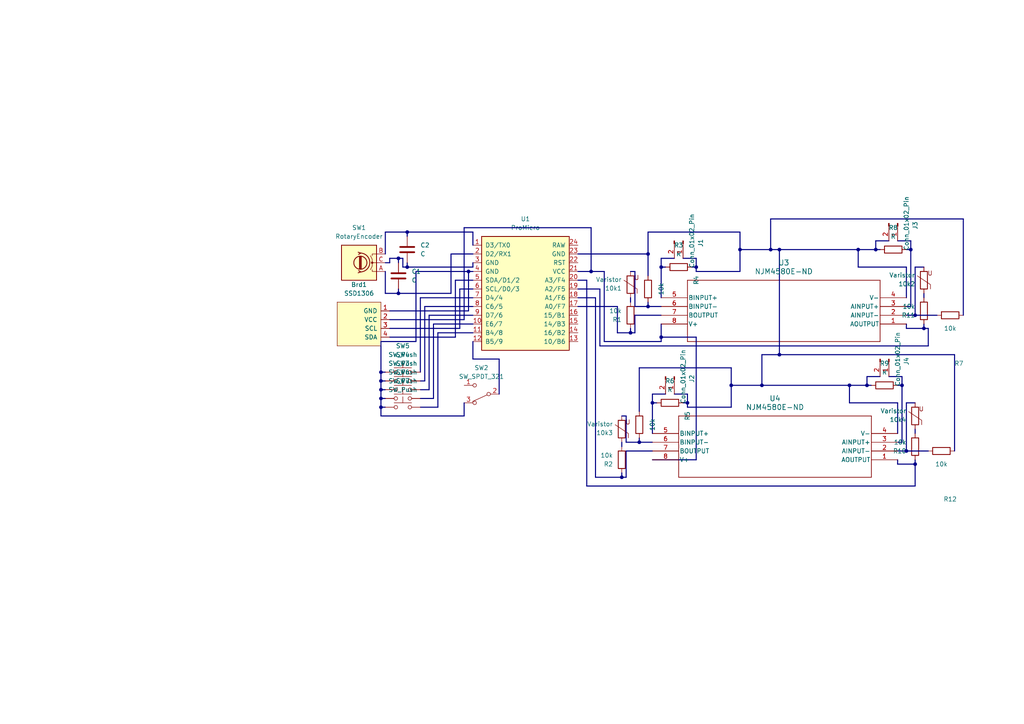
<source format=kicad_sch>
(kicad_sch (version 20230121) (generator eeschema)
  (paper "A4")
  (lib_symbols
    (symbol "Connector:Conn_01x02_Pin" (pin_names (offset 1.016) hide)
      (property "Reference" "J" (at 0 2.54 0))
      (property "Value" "Conn_01x02_Pin" (at 0 -5.08 0))
      (symbol "Conn_01x02_Pin_1_1"
        (polyline (pts (xy 1.27 -2.54) (xy 0.8636 -2.54)) (stroke (width 0.1524)))
        (polyline (pts (xy 1.27 0) (xy 0.8636 0)) (stroke (width 0.1524)))
        (rectangle (start 0.8636 -2.413) (end 0 -2.667) (stroke (width 0.1524)) (fill (type outline)))
        (rectangle (start 0.8636 0.127) (end 0 -0.127) (stroke (width 0.1524)) (fill (type outline)))
        (pin passive line (at 5.08 0 180) (length 3.81) (name "Pin_1") (number "1"))
        (pin passive line (at 5.08 -2.54 180) (length 3.81) (name "Pin_2") (number "2"))
      )
    )
    (symbol "Device:C" (pin_numbers hide) (pin_names (offset 0.254))
      (property "Reference" "C" (at 0.635 2.54 0))
      (property "Value" "C" (at 0.635 -2.54 0))
      (symbol "C_0_1"
        (polyline (pts (xy -2.032 -0.762) (xy 2.032 -0.762)) (stroke (width 0.508)))
        (polyline (pts (xy -2.032 0.762) (xy 2.032 0.762)) (stroke (width 0.508)))
      )
      (symbol "C_1_1"
        (pin passive line (at 0 3.81 270) (length 2.794) (name "~") (number "1"))
        (pin passive line (at 0 -3.81 90) (length 2.794) (name "~") (number "2"))
      )
    )
    (symbol "Device:R" (pin_numbers hide) (pin_names (offset 0))
      (property "Reference" "R" (at 2.032 0 90))
      (property "Value" "R" (at 0 0 90))
      (symbol "R_0_1"
        (rectangle (start -1.016 -2.54) (end 1.016 2.54) (stroke (width 0.254)))
      )
      (symbol "R_1_1"
        (pin passive line (at 0 3.81 270) (length 1.27) (name "~") (number "1"))
        (pin passive line (at 0 -3.81 90) (length 1.27) (name "~") (number "2"))
      )
    )
    (symbol "Device:RotaryEncoder" (pin_names (offset 0.254) hide)
      (property "Reference" "SW" (at 0 6.604 0))
      (property "Value" "RotaryEncoder" (at 0 -6.604 0))
      (symbol "RotaryEncoder_0_1"
        (rectangle (start -5.08 5.08) (end 5.08 -5.08) (stroke (width 0.254)) (fill (type background)))
        (circle (center -3.81 0) (radius 0.254) (fill (type outline)))
        (circle (center -0.381 0) (radius 1.905) (stroke (width 0.254)))
        (arc (start -0.381 2.667) (mid -3.0988 -0.0635) (end -0.381 -2.794) (stroke (width 0.254)))
        (polyline (pts (xy -0.635 -1.778) (xy -0.635 1.778)) (stroke (width 0.254)))
        (polyline (pts (xy -0.381 -1.778) (xy -0.381 1.778)) (stroke (width 0.254)))
        (polyline (pts (xy -0.127 1.778) (xy -0.127 -1.778)) (stroke (width 0.254)))
        (polyline (pts (xy -5.08 -2.54) (xy -3.81 -2.54) (xy -3.81 -2.032)))
        (polyline (pts (xy -5.08 2.54) (xy -3.81 2.54) (xy -3.81 2.032)))
        (polyline (pts (xy 0.254 -3.048) (xy -0.508 -2.794) (xy 0.127 -2.413)) (stroke (width 0.254)))
        (polyline (pts (xy 0.254 2.921) (xy -0.508 2.667) (xy 0.127 2.286)) (stroke (width 0.254)))
        (polyline (pts (xy -5.08 0) (xy -3.81 0) (xy -3.81 -1.016) (xy -3.302 -2.032)))
        (polyline (pts (xy -4.318 0) (xy -3.81 0) (xy -3.81 1.016) (xy -3.302 2.032)))
      )
      (symbol "RotaryEncoder_1_1"
        (pin passive line (at -7.62 2.54 0) (length 2.54) (name "A") (number "A"))
        (pin passive line (at -7.62 -2.54 0) (length 2.54) (name "B") (number "B"))
        (pin passive line (at -7.62 0 0) (length 2.54) (name "C") (number "C"))
      )
    )
    (symbol "Device:Varistor" (pin_numbers hide) (pin_names (offset 0))
      (property "Reference" "RV" (at 3.175 0 90))
      (property "Value" "Varistor" (at -3.175 0 90))
      (symbol "Varistor_0_0"
        (text "U" (at -1.778 -2.032 0) (effects (font (size 1.27 1.27))))
      )
      (symbol "Varistor_0_1"
        (rectangle (start -1.016 -2.54) (end 1.016 2.54) (stroke (width 0.254)))
        (polyline (pts (xy -1.905 2.54) (xy -1.905 1.27) (xy 1.905 -1.27)))
      )
      (symbol "Varistor_1_1"
        (pin passive line (at 0 3.81 270) (length 1.27) (name "~") (number "1"))
        (pin passive line (at 0 -3.81 90) (length 1.27) (name "~") (number "2"))
      )
    )
    (symbol "NJM4580E:NJM4580E-ND" (pin_names (offset 0.254))
      (property "Reference" "U" (at 35.56 10.16 0))
      (property "Value" "NJM4580E-ND" (at 35.56 7.62 0))
      (symbol "NJM4580E-ND_0_1"
        (polyline (pts (xy 7.62 -12.7) (xy 63.5 -12.7)) (stroke (width 0.2032)))
        (polyline (pts (xy 7.62 5.08) (xy 7.62 -12.7)) (stroke (width 0.2032)))
        (polyline (pts (xy 63.5 -12.7) (xy 63.5 5.08)) (stroke (width 0.2032)))
        (polyline (pts (xy 63.5 5.08) (xy 7.62 5.08)) (stroke (width 0.2032)))
        (pin output line (at 0 0 0) (length 7.62) (name "AOUTPUT") (number "1"))
        (pin input line (at 0 -2.54 0) (length 7.62) (name "AINPUT-") (number "2"))
        (pin input line (at 0 -5.08 0) (length 7.62) (name "AINPUT+") (number "3"))
        (pin power_in line (at 0 -7.62 0) (length 7.62) (name "V-") (number "4"))
        (pin input line (at 71.12 -7.62 180) (length 7.62) (name "BINPUT+") (number "5"))
        (pin input line (at 71.12 -5.08 180) (length 7.62) (name "BINPUT-") (number "6"))
        (pin output line (at 71.12 -2.54 180) (length 7.62) (name "BOUTPUT") (number "7"))
        (pin power_in line (at 71.12 0 180) (length 7.62) (name "V+") (number "8"))
      )
    )
    (symbol "Switch:SW_Push" (pin_numbers hide) (pin_names (offset 1.016) hide)
      (property "Reference" "SW" (at 1.27 2.54 0))
      (property "Value" "SW_Push" (at 0 -1.524 0))
      (symbol "SW_Push_0_1"
        (circle (center -2.032 0) (radius 0.508))
        (polyline (pts (xy 0 1.27) (xy 0 3.048)))
        (polyline (pts (xy 2.54 1.27) (xy -2.54 1.27)))
        (circle (center 2.032 0) (radius 0.508))
        (pin passive line (at -5.08 0 0) (length 2.54) (name "1") (number "1"))
        (pin passive line (at 5.08 0 180) (length 2.54) (name "2") (number "2"))
      )
    )
    (symbol "Switch:SW_SPDT_321" (pin_names (offset 1) hide)
      (property "Reference" "SW" (at 0 4.318 0))
      (property "Value" "SW_SPDT_321" (at 0 -5.08 0))
      (symbol "SW_SPDT_321_0_0"
        (circle (center -2.032 0) (radius 0.508))
        (circle (center 2.032 -2.54) (radius 0.508))
      )
      (symbol "SW_SPDT_321_0_1"
        (polyline (pts (xy -1.524 0.254) (xy 2.667 2.159)))
        (circle (center 2.032 2.54) (radius 0.508))
      )
      (symbol "SW_SPDT_321_1_1"
        (pin passive line (at 5.08 -2.54 180) (length 2.54) (name "C") (number "1"))
        (pin passive line (at -5.08 0 0) (length 2.54) (name "B") (number "2"))
        (pin passive line (at 5.08 2.54 180) (length 2.54) (name "A") (number "3"))
      )
    )
    (symbol "keyboard_Library:BrownSugar_KBD_ProMicro" (pin_names (offset 1.016))
      (property "Reference" "U?" (at 0 20.7518 0))
      (property "Value" "ProMicro" (at 0 18.4404 0))
      (symbol "BrownSugar_KBD_ProMicro_0_1"
        (rectangle (start -12.7 16.51) (end 12.7 -16.51) (stroke (width 0.254)) (fill (type background)))
      )
      (symbol "BrownSugar_KBD_ProMicro_1_1"
        (pin bidirectional line (at -15.24 13.97 0) (length 2.54) (name "D3/TX0") (number "1"))
        (pin bidirectional line (at -15.24 -8.89 0) (length 2.54) (name "E6/7") (number "10"))
        (pin bidirectional line (at -15.24 -11.43 0) (length 2.54) (name "B4/8") (number "11"))
        (pin bidirectional line (at -15.24 -13.97 0) (length 2.54) (name "B5/9") (number "12"))
        (pin bidirectional line (at 15.24 -13.97 180) (length 2.54) (name "10/B6") (number "13"))
        (pin bidirectional line (at 15.24 -11.43 180) (length 2.54) (name "16/B2") (number "14"))
        (pin bidirectional line (at 15.24 -8.89 180) (length 2.54) (name "14/B3") (number "15"))
        (pin bidirectional line (at 15.24 -6.35 180) (length 2.54) (name "15/B1") (number "16"))
        (pin bidirectional line (at 15.24 -3.81 180) (length 2.54) (name "A0/F7") (number "17"))
        (pin bidirectional line (at 15.24 -1.27 180) (length 2.54) (name "A1/F6") (number "18"))
        (pin bidirectional line (at 15.24 1.27 180) (length 2.54) (name "A2/F5") (number "19"))
        (pin bidirectional line (at -15.24 11.43 0) (length 2.54) (name "D2/RX1") (number "2"))
        (pin bidirectional line (at 15.24 3.81 180) (length 2.54) (name "A3/F4") (number "20"))
        (pin power_in line (at 15.24 6.35 180) (length 2.54) (name "VCC") (number "21"))
        (pin input line (at 15.24 8.89 180) (length 2.54) (name "RST") (number "22"))
        (pin power_in line (at 15.24 11.43 180) (length 2.54) (name "GND") (number "23"))
        (pin power_in line (at 15.24 13.97 180) (length 2.54) (name "RAW") (number "24"))
        (pin power_in line (at -15.24 8.89 0) (length 2.54) (name "GND") (number "3"))
        (pin power_in line (at -15.24 6.35 0) (length 2.54) (name "GND") (number "4"))
        (pin bidirectional line (at -15.24 3.81 0) (length 2.54) (name "SDA/D1/2") (number "5"))
        (pin bidirectional line (at -15.24 1.27 0) (length 2.54) (name "SCL/D0/3") (number "6"))
        (pin bidirectional line (at -15.24 -1.27 0) (length 2.54) (name "D4/4") (number "7"))
        (pin bidirectional line (at -15.24 -3.81 0) (length 2.54) (name "C6/5") (number "8"))
        (pin bidirectional line (at -15.24 -6.35 0) (length 2.54) (name "D7/6") (number "9"))
      )
    )
    (symbol "自作_Library:SSD1306" (pin_names (offset 1.016))
      (property "Reference" "Brd" (at 0 -3.81 0))
      (property "Value" "SSD1306" (at 0 -1.27 0))
      (symbol "SSD1306_0_1"
        (rectangle (start -6.35 6.35) (end 6.35 -6.35) (fill (type background)))
      )
      (symbol "SSD1306_1_1"
        (pin input line (at -3.81 8.89 270) (length 2.54) (name "GND") (number "1"))
        (pin input line (at -1.27 8.89 270) (length 2.54) (name "VCC") (number "2"))
        (pin input line (at 1.27 8.89 270) (length 2.54) (name "SCL") (number "3"))
        (pin input line (at 3.81 8.89 270) (length 2.54) (name "SDA") (number "4"))
      )
    )
  )
  (junction (at 265.43 91.44))
  (junction (at 171.45 78.74))
  (junction (at 187.96 73.66))
  (junction (at 201.93 77.47))
  (junction (at 264.16 72.39))
  (junction (at 262.89 130.81))
  (junction (at 189.23 116.84))
  (junction (at 118.11 77.47))
  (junction (at 254 72.39))
  (junction (at 265.43 134.62))
  (junction (at 118.11 67.31))
  (junction (at 191.77 77.47))
  (junction (at 246.38 111.76))
  (junction (at 110.49 110.49))
  (junction (at 110.49 115.57))
  (junction (at 191.77 97.79))
  (junction (at 212.09 111.76))
  (junction (at 226.06 72.39))
  (junction (at 199.39 116.84))
  (junction (at 220.98 111.76))
  (junction (at 248.92 72.39))
  (junction (at 115.57 85.09))
  (junction (at 110.49 118.11))
  (junction (at 182.88 96.52))
  (junction (at 214.63 72.39))
  (junction (at 267.97 95.25))
  (junction (at 115.57 74.93))
  (junction (at 185.42 128.27))
  (junction (at 110.49 107.95))
  (junction (at 251.46 111.76))
  (junction (at 226.06 102.87))
  (junction (at 110.49 113.03))
  (junction (at 180.34 138.43))
  (junction (at 187.96 88.9))
  (junction (at 135.89 78.74))
  (junction (at 261.62 111.76))
  (junction (at 223.52 72.39))
  (bus (pts (xy 187.96 87.63) (xy 187.96 88.9)))
  (bus (pts (xy 113.03 76.2) (xy 113.03 74.93)))
  (bus (pts (xy 261.62 128.27) (xy 261.62 111.76)))
  (bus (pts (xy 110.49 99.06) (xy 110.49 107.95)))
  (bus (pts (xy 262.89 88.9) (xy 264.16 88.9)))
  (bus (pts (xy 111.76 73.66) (xy 111.76 67.31)))
  (bus (pts (xy 115.57 74.93) (xy 116.84 74.93)))
  (bus (pts (xy 265.43 140.97) (xy 170.18 140.97)))
  (bus (pts (xy 170.18 140.97) (xy 170.18 81.28)))
  (bus (pts (xy 199.39 118.11) (xy 212.09 118.11)))
  (bus (pts (xy 262.89 86.36) (xy 262.89 77.47)))
  (bus (pts (xy 189.23 116.84) (xy 190.5 116.84)))
  (bus (pts (xy 198.12 116.84) (xy 199.39 116.84)))
  (bus (pts (xy 123.19 88.9) (xy 137.16 88.9)))
  (bus (pts (xy 171.45 78.74) (xy 175.26 78.74)))
  (bus (pts (xy 118.11 76.2) (xy 118.11 77.47)))
  (bus (pts (xy 125.73 115.57) (xy 125.73 93.98)))
  (bus (pts (xy 144.78 104.14) (xy 137.16 104.14)))
  (bus (pts (xy 254 72.39) (xy 254 69.85)))
  (bus (pts (xy 123.19 110.49) (xy 123.19 88.9)))
  (bus (pts (xy 181.61 128.27) (xy 181.61 120.65)))
  (bus (pts (xy 261.62 109.22) (xy 261.62 111.76)))
  (bus (pts (xy 267.97 77.47) (xy 265.43 77.47)))
  (bus (pts (xy 130.81 73.66) (xy 137.16 73.66)))
  (bus (pts (xy 195.58 74.93) (xy 191.77 74.93)))
  (bus (pts (xy 265.43 77.47) (xy 265.43 91.44)))
  (bus (pts (xy 113.03 74.93) (xy 115.57 74.93)))
  (bus (pts (xy 144.78 114.3) (xy 144.78 104.14)))
  (bus (pts (xy 121.92 113.03) (xy 124.46 113.03)))
  (bus (pts (xy 180.34 120.65) (xy 181.61 120.65)))
  (bus (pts (xy 180.34 137.16) (xy 180.34 138.43)))
  (bus (pts (xy 212.09 111.76) (xy 212.09 118.11)))
  (bus (pts (xy 262.89 130.81) (xy 269.24 130.81)))
  (bus (pts (xy 110.49 99.06) (xy 120.65 99.06)))
  (bus (pts (xy 251.46 109.22) (xy 255.27 109.22)))
  (bus (pts (xy 167.64 81.28) (xy 170.18 81.28)))
  (bus (pts (xy 212.09 111.76) (xy 220.98 111.76)))
  (bus (pts (xy 191.77 91.44) (xy 184.15 91.44)))
  (bus (pts (xy 181.61 130.81) (xy 181.61 138.43)))
  (bus (pts (xy 214.63 72.39) (xy 214.63 78.74)))
  (bus (pts (xy 201.93 97.79) (xy 191.77 97.79)))
  (bus (pts (xy 179.07 96.52) (xy 182.88 96.52)))
  (bus (pts (xy 115.57 74.93) (xy 115.57 76.2)))
  (bus (pts (xy 110.49 118.11) (xy 110.49 120.65)))
  (bus (pts (xy 189.23 125.73) (xy 189.23 116.84)))
  (bus (pts (xy 267.97 95.25) (xy 269.24 95.25)))
  (bus (pts (xy 191.77 99.06) (xy 175.26 99.06)))
  (bus (pts (xy 116.84 77.47) (xy 118.11 77.47)))
  (bus (pts (xy 191.77 77.47) (xy 193.04 77.47)))
  (bus (pts (xy 189.23 133.35) (xy 201.93 133.35)))
  (bus (pts (xy 120.65 78.74) (xy 135.89 78.74)))
  (bus (pts (xy 167.64 73.66) (xy 187.96 73.66)))
  (bus (pts (xy 246.38 116.84) (xy 246.38 111.76)))
  (bus (pts (xy 260.35 111.76) (xy 261.62 111.76)))
  (bus (pts (xy 191.77 97.79) (xy 191.77 99.06)))
  (bus (pts (xy 201.93 133.35) (xy 201.93 97.79)))
  (bus (pts (xy 115.57 85.09) (xy 130.81 85.09)))
  (bus (pts (xy 182.88 95.25) (xy 182.88 96.52)))
  (bus (pts (xy 182.88 96.52) (xy 184.15 96.52)))
  (bus (pts (xy 265.43 116.84) (xy 262.89 116.84)))
  (bus (pts (xy 254 69.85) (xy 257.81 69.85)))
  (bus (pts (xy 121.92 107.95) (xy 121.92 86.36)))
  (bus (pts (xy 111.76 76.2) (xy 113.03 76.2)))
  (bus (pts (xy 121.92 115.57) (xy 125.73 115.57)))
  (bus (pts (xy 182.88 78.74) (xy 184.15 78.74)))
  (bus (pts (xy 265.43 133.35) (xy 265.43 134.62)))
  (bus (pts (xy 212.09 106.68) (xy 212.09 111.76)))
  (bus (pts (xy 251.46 111.76) (xy 251.46 109.22)))
  (bus (pts (xy 189.23 128.27) (xy 185.42 128.27)))
  (bus (pts (xy 121.92 110.49) (xy 123.19 110.49)))
  (bus (pts (xy 260.35 128.27) (xy 261.62 128.27)))
  (bus (pts (xy 265.43 134.62) (xy 265.43 140.97)))
  (bus (pts (xy 265.43 125.73) (xy 265.43 124.46)))
  (bus (pts (xy 185.42 127) (xy 185.42 128.27)))
  (bus (pts (xy 110.49 113.03) (xy 110.49 115.57)))
  (bus (pts (xy 262.89 116.84) (xy 262.89 130.81)))
  (bus (pts (xy 124.46 91.44) (xy 137.16 91.44)))
  (bus (pts (xy 189.23 114.3) (xy 189.23 116.84)))
  (bus (pts (xy 179.07 96.52) (xy 179.07 88.9)))
  (bus (pts (xy 223.52 63.5) (xy 223.52 72.39)))
  (bus (pts (xy 246.38 111.76) (xy 251.46 111.76)))
  (bus (pts (xy 132.08 81.28) (xy 137.16 81.28)))
  (bus (pts (xy 110.49 118.11) (xy 111.76 118.11)))
  (bus (pts (xy 137.16 67.31) (xy 137.16 71.12)))
  (bus (pts (xy 220.98 111.76) (xy 246.38 111.76)))
  (bus (pts (xy 262.89 91.44) (xy 265.43 91.44)))
  (bus (pts (xy 191.77 93.98) (xy 191.77 97.79)))
  (bus (pts (xy 180.34 138.43) (xy 181.61 138.43)))
  (bus (pts (xy 201.93 78.74) (xy 214.63 78.74)))
  (bus (pts (xy 120.65 99.06) (xy 120.65 78.74)))
  (bus (pts (xy 214.63 67.31) (xy 214.63 72.39)))
  (bus (pts (xy 187.96 67.31) (xy 214.63 67.31)))
  (bus (pts (xy 113.03 92.71) (xy 134.62 92.71)))
  (bus (pts (xy 111.76 67.31) (xy 118.11 67.31)))
  (bus (pts (xy 262.89 95.25) (xy 267.97 95.25)))
  (bus (pts (xy 118.11 77.47) (xy 137.16 77.47)))
  (bus (pts (xy 134.62 116.84) (xy 134.62 120.65)))
  (bus (pts (xy 264.16 88.9) (xy 264.16 72.39)))
  (bus (pts (xy 115.57 83.82) (xy 115.57 85.09)))
  (bus (pts (xy 182.88 86.36) (xy 182.88 87.63)))
  (bus (pts (xy 214.63 72.39) (xy 223.52 72.39)))
  (bus (pts (xy 189.23 130.81) (xy 181.61 130.81)))
  (bus (pts (xy 260.35 69.85) (xy 264.16 69.85)))
  (bus (pts (xy 201.93 77.47) (xy 201.93 78.74)))
  (bus (pts (xy 198.12 74.93) (xy 201.93 74.93)))
  (bus (pts (xy 279.4 63.5) (xy 223.52 63.5)))
  (bus (pts (xy 173.99 83.82) (xy 173.99 100.33)))
  (bus (pts (xy 110.49 110.49) (xy 110.49 113.03)))
  (bus (pts (xy 113.03 95.25) (xy 133.35 95.25)))
  (bus (pts (xy 226.06 72.39) (xy 248.92 72.39)))
  (bus (pts (xy 167.64 78.74) (xy 171.45 78.74)))
  (bus (pts (xy 199.39 116.84) (xy 199.39 114.3)))
  (bus (pts (xy 260.35 130.81) (xy 262.89 130.81)))
  (bus (pts (xy 135.89 90.17) (xy 135.89 78.74)))
  (bus (pts (xy 167.64 83.82) (xy 173.99 83.82)))
  (bus (pts (xy 110.49 110.49) (xy 111.76 110.49)))
  (bus (pts (xy 175.26 99.06) (xy 175.26 78.74)))
  (bus (pts (xy 173.99 100.33) (xy 269.24 100.33)))
  (bus (pts (xy 118.11 67.31) (xy 118.11 68.58)))
  (bus (pts (xy 113.03 90.17) (xy 135.89 90.17)))
  (bus (pts (xy 113.03 97.79) (xy 132.08 97.79)))
  (bus (pts (xy 260.35 133.35) (xy 260.35 134.62)))
  (bus (pts (xy 226.06 102.87) (xy 220.98 102.87)))
  (bus (pts (xy 220.98 102.87) (xy 220.98 111.76)))
  (bus (pts (xy 171.45 66.04) (xy 171.45 78.74)))
  (bus (pts (xy 195.58 114.3) (xy 199.39 114.3)))
  (bus (pts (xy 180.34 129.54) (xy 180.34 128.27)))
  (bus (pts (xy 185.42 128.27) (xy 181.61 128.27)))
  (bus (pts (xy 125.73 93.98) (xy 137.16 93.98)))
  (bus (pts (xy 279.4 91.44) (xy 279.4 63.5)))
  (bus (pts (xy 260.35 134.62) (xy 265.43 134.62)))
  (bus (pts (xy 248.92 77.47) (xy 248.92 72.39)))
  (bus (pts (xy 110.49 115.57) (xy 110.49 118.11)))
  (bus (pts (xy 137.16 96.52) (xy 127 96.52)))
  (bus (pts (xy 185.42 106.68) (xy 212.09 106.68)))
  (bus (pts (xy 135.89 78.74) (xy 137.16 78.74)))
  (bus (pts (xy 184.15 91.44) (xy 184.15 96.52)))
  (bus (pts (xy 187.96 80.01) (xy 187.96 73.66)))
  (bus (pts (xy 187.96 73.66) (xy 187.96 67.31)))
  (bus (pts (xy 132.08 97.79) (xy 132.08 81.28)))
  (bus (pts (xy 124.46 113.03) (xy 124.46 91.44)))
  (bus (pts (xy 118.11 67.31) (xy 137.16 67.31)))
  (bus (pts (xy 134.62 92.71) (xy 134.62 66.04)))
  (bus (pts (xy 137.16 99.06) (xy 137.16 104.14)))
  (bus (pts (xy 262.89 77.47) (xy 248.92 77.47)))
  (bus (pts (xy 110.49 107.95) (xy 111.76 107.95)))
  (bus (pts (xy 199.39 116.84) (xy 199.39 118.11)))
  (bus (pts (xy 137.16 76.2) (xy 137.16 77.47)))
  (bus (pts (xy 133.35 83.82) (xy 137.16 83.82)))
  (bus (pts (xy 264.16 69.85) (xy 264.16 72.39)))
  (bus (pts (xy 267.97 86.36) (xy 267.97 85.09)))
  (bus (pts (xy 262.89 72.39) (xy 264.16 72.39)))
  (bus (pts (xy 110.49 115.57) (xy 111.76 115.57)))
  (bus (pts (xy 262.89 93.98) (xy 262.89 95.25)))
  (bus (pts (xy 260.35 125.73) (xy 260.35 116.84)))
  (bus (pts (xy 260.35 116.84) (xy 246.38 116.84)))
  (bus (pts (xy 110.49 107.95) (xy 110.49 110.49)))
  (bus (pts (xy 116.84 74.93) (xy 116.84 77.47)))
  (bus (pts (xy 193.04 114.3) (xy 189.23 114.3)))
  (bus (pts (xy 201.93 77.47) (xy 201.93 74.93)))
  (bus (pts (xy 223.52 72.39) (xy 226.06 72.39)))
  (bus (pts (xy 276.86 130.81) (xy 276.86 102.87)))
  (bus (pts (xy 187.96 88.9) (xy 184.15 88.9)))
  (bus (pts (xy 134.62 120.65) (xy 110.49 120.65)))
  (bus (pts (xy 111.76 85.09) (xy 115.57 85.09)))
  (bus (pts (xy 121.92 86.36) (xy 137.16 86.36)))
  (bus (pts (xy 257.81 109.22) (xy 261.62 109.22)))
  (bus (pts (xy 226.06 72.39) (xy 226.06 102.87)))
  (bus (pts (xy 172.72 138.43) (xy 172.72 86.36)))
  (bus (pts (xy 133.35 95.25) (xy 133.35 83.82)))
  (bus (pts (xy 185.42 119.38) (xy 185.42 106.68)))
  (bus (pts (xy 130.81 85.09) (xy 130.81 73.66)))
  (bus (pts (xy 269.24 95.25) (xy 269.24 100.33)))
  (bus (pts (xy 248.92 72.39) (xy 254 72.39)))
  (bus (pts (xy 191.77 74.93) (xy 191.77 77.47)))
  (bus (pts (xy 134.62 66.04) (xy 171.45 66.04)))
  (bus (pts (xy 127 96.52) (xy 127 118.11)))
  (bus (pts (xy 267.97 93.98) (xy 267.97 95.25)))
  (bus (pts (xy 111.76 78.74) (xy 111.76 85.09)))
  (bus (pts (xy 110.49 113.03) (xy 111.76 113.03)))
  (bus (pts (xy 251.46 111.76) (xy 252.73 111.76)))
  (bus (pts (xy 167.64 86.36) (xy 172.72 86.36)))
  (bus (pts (xy 180.34 138.43) (xy 172.72 138.43)))
  (bus (pts (xy 276.86 102.87) (xy 226.06 102.87)))
  (bus (pts (xy 191.77 86.36) (xy 191.77 77.47)))
  (bus (pts (xy 254 72.39) (xy 255.27 72.39)))
  (bus (pts (xy 121.92 118.11) (xy 127 118.11)))
  (bus (pts (xy 167.64 88.9) (xy 179.07 88.9)))
  (bus (pts (xy 265.43 91.44) (xy 271.78 91.44)))
  (bus (pts (xy 200.66 77.47) (xy 201.93 77.47)))
  (bus (pts (xy 184.15 78.74) (xy 184.15 88.9)))
  (bus (pts (xy 191.77 88.9) (xy 187.96 88.9)))
  (symbol (lib_id "Switch:SW_SPDT_321") (at 139.7 114.3 180) (unit 1)
    (property "Reference" "SW2" (at 139.6365 106.68 0))
    (property "Value" "SW_SPDT_321" (at 139.6365 109.22 0))
    (property "Footprint" "Library 自作:SS12D00G3" (effects hide))
  )
  (symbol (lib_id "Device:R") (at 273.05 130.81 270) (unit 1)
    (property "Reference" "R12" (at 275.59 144.78 90))
    (property "Value" "10k" (at 273.05 134.62 90))
    (property "Footprint" "Resistor_SMD:R_0805_2012Metric" (effects hide))
  )
  (symbol (lib_id "Device:C") (at 115.57 80.01 0) (unit 1)
    (property "Reference" "C1" (at 119.38 78.74 0) (effects (justify left)))
    (property "Value" "C" (at 119.38 81.28 0) (effects (justify left)))
    (property "Footprint" "Capacitor_SMD:C_0805_2012Metric" (effects hide))
  )
  (symbol (lib_id "Device:R") (at 187.96 83.82 0) (unit 1)
    (property "Reference" "R4" (at 201.93 81.28 90))
    (property "Value" "10k" (at 191.77 83.82 90))
    (property "Footprint" "Resistor_SMD:R_0805_2012Metric" (effects hide))
  )
  (symbol (lib_id "Device:Varistor") (at 267.97 81.28 180) (unit 1)
    (property "Reference" "10k2" (at 265.43 82.3567 0) (effects (justify left)))
    (property "Value" "Varistor" (at 265.43 79.8167 0) (effects (justify left)))
    (property "Footprint" "Library 自作:3362P" (effects hide))
    (property "Sim.Name" "kicad_builtin_varistor" (effects hide))
    (property "Sim.Device" "SUBCKT" (effects hide))
    (property "Sim.Pins" "1=A 2=B" (effects hide))
    (property "Sim.Params" "threshold=1k" (effects hide))
    (property "Sim.Library" "${KICAD7_SYMBOL_DIR}/Simulation_SPICE.sp" (effects hide))
  )
  (symbol (lib_id "Device:R") (at 182.88 91.44 180) (unit 1)
    (property "Reference" "R1" (at 180.34 92.71 0) (effects (justify left)))
    (property "Value" "10k" (at 180.34 90.17 0) (effects (justify left)))
    (property "Footprint" "Resistor_SMD:R_0805_2012Metric" (effects hide))
  )
  (symbol (lib_id "Device:Varistor") (at 265.43 120.65 180) (unit 1)
    (property "Reference" "10k4" (at 262.89 121.7267 0) (effects (justify left)))
    (property "Value" "Varistor" (at 262.89 119.1867 0) (effects (justify left)))
    (property "Footprint" "Library 自作:3362P" (effects hide))
    (property "Sim.Name" "kicad_builtin_varistor" (effects hide))
    (property "Sim.Device" "SUBCKT" (effects hide))
    (property "Sim.Pins" "1=A 2=B" (effects hide))
    (property "Sim.Params" "threshold=1k" (effects hide))
    (property "Sim.Library" "${KICAD7_SYMBOL_DIR}/Simulation_SPICE.sp" (effects hide))
  )
  (symbol (lib_id "keyboard_Library:BrownSugar_KBD_ProMicro") (at 152.4 85.09 0) (unit 1)
    (property "Reference" "U1" (at 152.4 63.5 0))
    (property "Value" "ProMicro" (at 152.4 66.04 0))
    (property "Footprint" "keyboard:ProMicro" (effects hide))
  )
  (symbol (lib_id "Device:R") (at 259.08 72.39 90) (unit 1)
    (property "Reference" "R8" (at 259.08 66.04 90))
    (property "Value" "R" (at 259.08 68.58 90))
    (property "Footprint" "Resistor_SMD:R_0805_2012Metric" (effects hide))
  )
  (symbol (lib_id "Connector:Conn_01x02_Pin") (at 260.35 64.77 270) (unit 1)
    (property "Reference" "J3" (at 265.43 65.405 0))
    (property "Value" "Conn_01x02_Pin" (at 262.89 64.77 0))
    (property "Footprint" "Library 自作:2pin" (effects hide))
  )
  (symbol (lib_id "Connector:Conn_01x02_Pin") (at 195.58 109.22 270) (unit 1)
    (property "Reference" "J2" (at 200.66 109.855 0))
    (property "Value" "Conn_01x02_Pin" (at 198.12 109.22 0))
    (property "Footprint" "Library 自作:2pin" (effects hide))
  )
  (symbol (lib_id "Device:C") (at 118.11 72.39 0) (unit 1)
    (property "Reference" "C2" (at 121.92 71.12 0) (effects (justify left)))
    (property "Value" "C" (at 121.92 73.66 0) (effects (justify left)))
    (property "Footprint" "Capacitor_SMD:C_0805_2012Metric" (effects hide))
  )
  (symbol (lib_id "Device:R") (at 180.34 133.35 180) (unit 1)
    (property "Reference" "R2" (at 177.8 134.62 0) (effects (justify left)))
    (property "Value" "10k" (at 177.8 132.08 0) (effects (justify left)))
    (property "Footprint" "Resistor_SMD:R_0805_2012Metric" (effects hide))
  )
  (symbol (lib_id "Device:Varistor") (at 182.88 82.55 180) (unit 1)
    (property "Reference" "10k1" (at 180.34 83.6267 0) (effects (justify left)))
    (property "Value" "Varistor" (at 180.34 81.0867 0) (effects (justify left)))
    (property "Footprint" "Library 自作:3362P" (effects hide))
    (property "Sim.Name" "kicad_builtin_varistor" (effects hide))
    (property "Sim.Device" "SUBCKT" (effects hide))
    (property "Sim.Pins" "1=A 2=B" (effects hide))
    (property "Sim.Params" "threshold=1k" (effects hide))
    (property "Sim.Library" "${KICAD7_SYMBOL_DIR}/Simulation_SPICE.sp" (effects hide))
  )
  (symbol (lib_id "Device:Varistor") (at 180.34 124.46 180) (unit 1)
    (property "Reference" "10k3" (at 177.8 125.5367 0) (effects (justify left)))
    (property "Value" "Varistor" (at 177.8 122.9967 0) (effects (justify left)))
    (property "Footprint" "Library 自作:3362P" (effects hide))
    (property "Sim.Name" "kicad_builtin_varistor" (effects hide))
    (property "Sim.Device" "SUBCKT" (effects hide))
    (property "Sim.Pins" "1=A 2=B" (effects hide))
    (property "Sim.Params" "threshold=1k" (effects hide))
    (property "Sim.Library" "${KICAD7_SYMBOL_DIR}/Simulation_SPICE.sp" (effects hide))
  )
  (symbol (lib_id "NJM4580E:NJM4580E-ND") (at 262.89 93.98 180) (unit 1)
    (property "Reference" "U3" (at 227.33 76.2 0) (effects (font (size 1.524 1.524))))
    (property "Value" "NJM4580E-ND" (at 227.33 78.74 0) (effects (font (size 1.524 1.524))))
    (property "Footprint" "Library opeanpu:NJR-SOP8_NJR" (effects hide))
    (property "Datasheet" "NJM4580E-ND" (effects hide))
  )
  (symbol (lib_id "Switch:SW_Push") (at 116.84 113.03 0) (unit 1)
    (property "Reference" "SW3" (at 116.84 105.41 0))
    (property "Value" "SW_Push" (at 116.84 107.95 0))
    (property "Footprint" "keyboard:Kailh_Choc_V1" (effects hide))
  )
  (symbol (lib_id "Device:RotaryEncoder") (at 104.14 76.2 180) (unit 1)
    (property "Reference" "SW1" (at 104.14 66.04 0))
    (property "Value" "RotaryEncoder" (at 104.14 68.58 0))
    (property "Footprint" "Rotary_Encoder:RotaryEncoder_Alps_EC12E-Switch_Vertical_H20mm" (effects hide))
  )
  (symbol (lib_id "Connector:Conn_01x02_Pin") (at 198.12 69.85 270) (unit 1)
    (property "Reference" "J1" (at 203.2 70.485 0))
    (property "Value" "Conn_01x02_Pin" (at 200.66 69.85 0))
    (property "Footprint" "Library 自作:2pin" (effects hide))
  )
  (symbol (lib_id "Device:R") (at 275.59 91.44 270) (unit 1)
    (property "Reference" "R7" (at 278.13 105.41 90))
    (property "Value" "10k" (at 275.59 95.25 90))
    (property "Footprint" "Resistor_SMD:R_0805_2012Metric" (effects hide))
  )
  (symbol (lib_id "Device:R") (at 265.43 129.54 180) (unit 1)
    (property "Reference" "R10" (at 262.89 130.81 0) (effects (justify left)))
    (property "Value" "10k" (at 262.89 128.27 0) (effects (justify left)))
    (property "Footprint" "Resistor_SMD:R_0805_2012Metric" (effects hide))
  )
  (symbol (lib_id "Switch:SW_Push") (at 116.84 110.49 0) (unit 1)
    (property "Reference" "SW4" (at 116.84 102.87 0))
    (property "Value" "SW_Push" (at 116.84 105.41 0))
    (property "Footprint" "keyboard:Kailh_Choc_V1" (effects hide))
  )
  (symbol (lib_id "Device:R") (at 267.97 90.17 180) (unit 1)
    (property "Reference" "R11" (at 265.43 91.44 0) (effects (justify left)))
    (property "Value" "10k" (at 265.43 88.9 0) (effects (justify left)))
    (property "Footprint" "Resistor_SMD:R_0805_2012Metric" (effects hide))
  )
  (symbol (lib_id "NJM4580E:NJM4580E-ND") (at 260.35 133.35 180) (unit 1)
    (property "Reference" "U4" (at 224.79 115.57 0) (effects (font (size 1.524 1.524))))
    (property "Value" "NJM4580E-ND" (at 224.79 118.11 0) (effects (font (size 1.524 1.524))))
    (property "Footprint" "Library opeanpu:NJR-SOP8_NJR" (effects hide))
    (property "Datasheet" "NJM4580E-ND" (effects hide))
  )
  (symbol (lib_id "Device:R") (at 194.31 116.84 90) (unit 1)
    (property "Reference" "R6" (at 194.31 110.49 90))
    (property "Value" "R" (at 194.31 113.03 90))
    (property "Footprint" "Resistor_SMD:R_0805_2012Metric" (effects hide))
  )
  (symbol (lib_id "Device:R") (at 196.85 77.47 90) (unit 1)
    (property "Reference" "R3" (at 196.85 71.12 90))
    (property "Value" "R" (at 196.85 73.66 90))
    (property "Footprint" "Resistor_SMD:R_0805_2012Metric" (effects hide))
  )
  (symbol (lib_id "Device:R") (at 185.42 123.19 0) (unit 1)
    (property "Reference" "R5" (at 199.39 120.65 90))
    (property "Value" "10k" (at 189.23 123.19 90))
    (property "Footprint" "Resistor_SMD:R_0805_2012Metric" (effects hide))
  )
  (symbol (lib_id "Connector:Conn_01x02_Pin") (at 257.81 104.14 270) (unit 1)
    (property "Reference" "J4" (at 262.89 104.775 0))
    (property "Value" "Conn_01x02_Pin" (at 260.35 104.14 0))
    (property "Footprint" "Library 自作:2pin" (effects hide))
  )
  (symbol (lib_id "自作_Library:SSD1306") (at 104.14 93.98 270) (unit 1)
    (property "Reference" "Brd1" (at 104.14 82.55 90))
    (property "Value" "SSD1306" (at 104.14 85.09 90))
    (property "Footprint" "Library 自作:128x64OLED2" (effects hide))
  )
  (symbol (lib_id "Switch:SW_Push") (at 116.84 107.95 0) (unit 1)
    (property "Reference" "SW5" (at 116.84 100.33 0))
    (property "Value" "SW_Push" (at 116.84 102.87 0))
    (property "Footprint" "keyboard:Kailh_Choc_V1" (effects hide))
  )
  (symbol (lib_id "Switch:SW_Push") (at 116.84 118.11 0) (unit 1)
    (property "Reference" "SW7" (at 116.84 110.49 0))
    (property "Value" "SW_Push" (at 116.84 113.03 0))
    (property "Footprint" "keyboard:SW_PUSH_6x3mm" (effects hide))
  )
  (symbol (lib_id "Switch:SW_Push") (at 116.84 115.57 0) (unit 1)
    (property "Reference" "SW6" (at 116.84 107.95 0))
    (property "Value" "SW_Push" (at 116.84 110.49 0))
    (property "Footprint" "keyboard:Kailh_Choc_V1" (effects hide))
  )
  (symbol (lib_id "Device:R") (at 256.54 111.76 90) (unit 1)
    (property "Reference" "R9" (at 256.54 105.41 90))
    (property "Value" "R" (at 256.54 107.95 90))
    (property "Footprint" "Resistor_SMD:R_0805_2012Metric" (effects hide))
  )
)
</source>
